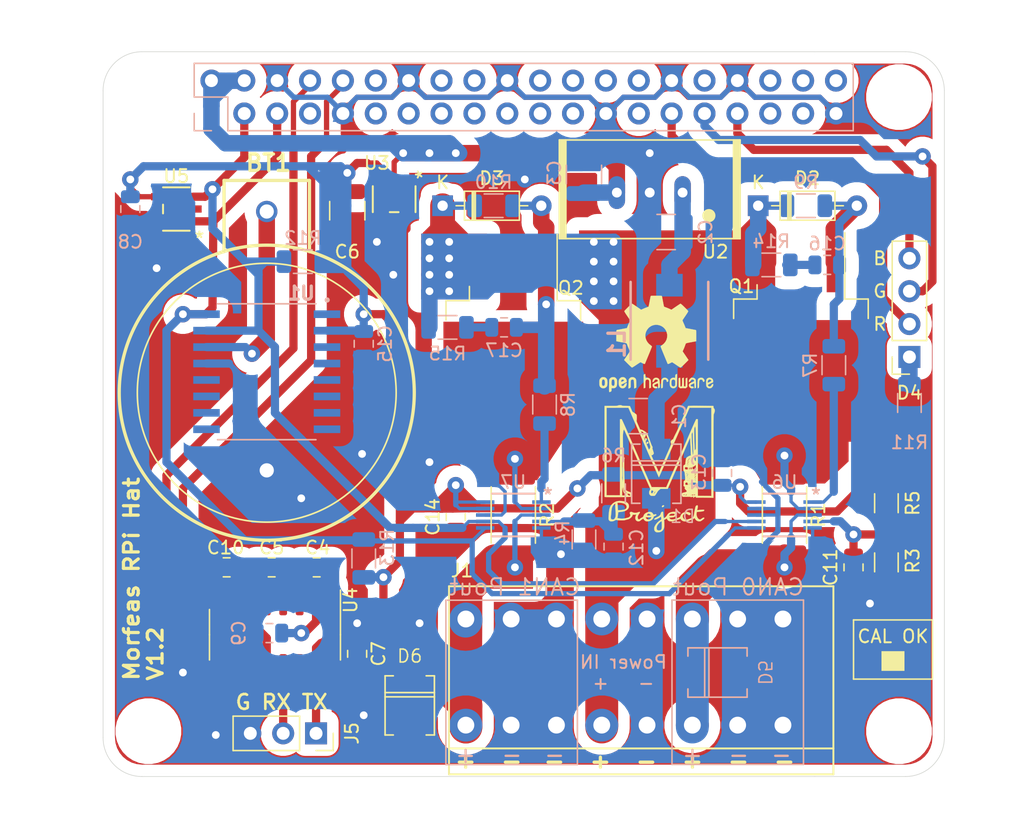
<source format=kicad_pcb>
(kicad_pcb (version 20221018) (generator pcbnew)
  (title_block (title "Morfeas RPi Hat") (date "2019-12-27") (rev "V1.0") (comment 2 "https://www.tapr.org/ohl.html") (comment 3 "Licence: TAPR Open Hardware License") (comment 4 "Author: Sam Harry Tzavaras"))
  (layers (0 "F.Cu" signal) (31 "B.Cu" signal) (34 "B.Paste" user) (35 "F.Paste" user) (36 "B.SilkS" user "B.Silkscreen") (37 "F.SilkS" user "F.Silkscreen") (38 "B.Mask" user) (39 "F.Mask" user) (44 "Edge.Cuts" user))
  (net 0 "")
  (net 1 "GND")
  (net 2 "Net-(BT1-Pad1)")
  (net 3 "Net-(C1-Pad1)")
  (net 4 "Net-(C2-Pad1)")
  (net 5 "+5V")
  (net 6 "Net-(C4-Pad1)")
  (net 7 "Net-(C4-Pad2)")
  (net 8 "Net-(C5-Pad2)")
  (net 9 "Net-(C5-Pad1)")
  (net 10 "+3V3")
  (net 11 "Net-(C9-Pad2)")
  (net 12 "Net-(C10-Pad2)")
  (net 13 "Net-(C11-Pad2)")
  (net 14 "Net-(C12-Pad2)")
  (net 15 "+24V")
  (net 16 "SDA")
  (net 17 "SCL")
  (net 18 "TXD")
  (net 19 "RXD")
  (net 20 "Net-(Q1-Pad2)")
  (net 21 "Net-(Q2-Pad2)")
  (net 22 "Net-(R8-Pad1)")
  (net 23 "Net-(J5-Pad2)")
  (net 24 "Net-(J5-Pad1)")
  (net 25 "Net-(D4-Pad1)")
  (net 26 "R")
  (net 27 "G")
  (net 28 "B")
  (net 29 "/CAN0_P+")
  (net 30 "/CAN1_P+")
  (net 31 "Net-(C16-Pad2)")
  (net 32 "Net-(C16-Pad1)")
  (net 33 "Net-(C17-Pad2)")
  (net 34 "Net-(C17-Pad1)")
  (net 35 "Net-(R7-Pad2)")
  (footprint "Morfeas_RPi_Hat:TLV70433DBVT" (layer "F.Cu") (at 144.083999 74.93 -90)
    (fp_text reference "U3")
    (fp_text value "TLV70433" hide)
  )
  (footprint "Capacitor_SMD:C_0805_2012Metric" (layer "F.Cu") (at 134.62 103.378)
    (fp_text reference "C5")
    (fp_text value "100nf")
  )
  (footprint "Capacitor_SMD:C_1210_3225Metric" (layer "F.Cu") (at 140.462 75.822 -90)
    (fp_text reference "C6")
    (fp_text value "10uf")
  )
  (footprint "Capacitor_SMD:C_0805_2012Metric" (layer "F.Cu") (at 141.224 110.0605 -90)
    (fp_text reference "C7")
    (fp_text value "100nf")
  )
  (footprint "Capacitor_SMD:C_0805_2012Metric" (layer "F.Cu") (at 131.1425 103.378)
    (fp_text reference "C10")
    (fp_text value "100nf")
  )
  (footprint "Capacitor_SMD:C_0805_2012Metric" (layer "F.Cu") (at 148.844 99.4895 -90)
    (fp_text reference "C14")
    (fp_text value "100nf")
  )
  (footprint "MountingHole:MountingHole_3.5mm" (layer "F.Cu") (at 183.094 116.04)
    (fp_text reference "H3" hide)
    (fp_text value "MountingHole")
  )
  (footprint "Package_TO_SOT_SMD:TO-263-2" (layer "F.Cu") (at 175.514 85.598 -90)
    (fp_text reference "Q1")
    (fp_text value "SUM110P06")
  )
  (footprint "Package_TO_SOT_SMD:TO-263-2" (layer "F.Cu") (at 153.289 85.725 -90)
    (fp_text reference "Q2")
    (fp_text value "SUM110P06")
  )
  (footprint "Resistor_SMD:R_2512_6332Metric" (layer "F.Cu") (at 153.289 99.335 -90)
    (fp_text reference "R2")
    (fp_text value "22mΩ")
  )
  (footprint "Resistor_SMD:R_1206_3216Metric" (layer "F.Cu") (at 182.118 102.994 90)
    (fp_text reference "R3")
    (fp_text value "1.3kΩ")
  )
  (footprint "Morfeas_RPi_Hat:24AA08T-I&slash_OT" (layer "F.Cu") (at 127.254 75.692 180)
    (fp_text reference "U5")
    (fp_text value "24AA08" hide)
  )
  (footprint "MountingHole:MountingHole_3.5mm" (layer "F.Cu") (at 183.094 67.04)
    (fp_text reference "H1" hide)
    (fp_text value "MountingHole")
  )
  (footprint "MountingHole:MountingHole_3.5mm" (layer "F.Cu") (at 125.094 67.04)
    (fp_text reference "H2" hide)
    (fp_text value "MountingHole")
  )
  (footprint "Diode_THT:D_DO-35_SOD27_P7.62mm_Horizontal" (layer "F.Cu") (at 172.212 75.438)
    (fp_text reference "D2")
    (fp_text value "Zener10V")
  )
  (footprint "MountingHole:MountingHole_3.5mm" (layer "F.Cu") (at 125.094 116.04)
    (fp_text reference "H4" hide)
    (fp_text value "MountingHole")
  )
  (footprint "Resistor_SMD:R_2512_6332Metric" (layer "F.Cu") (at 174.244 99.335 -90)
    (fp_text reference "R1")
    (fp_text value "22mΩ")
  )
  (footprint "Capacitor_SMD:C_0805_2012Metric" (layer "F.Cu") (at 138.0975 103.378)
    (fp_text reference "C4")
    (fp_text value "100nf")
  )
  (footprint "Diode_THT:D_DO-35_SOD27_P7.62mm_Horizontal" (layer "F.Cu") (at 147.828 75.438)
    (fp_text reference "D3")
    (fp_text value "Zener10V")
  )
  (footprint "Resistor_SMD:R_1206_3216Metric" (layer "F.Cu") (at 182.118 98.422 90)
    (fp_text reference "R5")
    (fp_text value "18kΩ")
  )
  (footprint "Morfeas_RPi_Hat:DO-214AC(SMA)" (layer "F.Cu") (at 145.288 114.046 90)
    (fp_text reference "D6")
    (fp_text value "NRVTSA4100ET3G" hide)
  )
  (footprint "Package_SO:SOIC-16_3.9x9.9mm_P1.27mm" (layer "F.Cu") (at 134.874 108.585 -90)
    (fp_text reference "U4")
    (fp_text value "SP3232")
  )
  (footprint "Symbol:OSHW-Logo2_9.8x8mm_SilkScreen" (layer "F.Cu") (at 164.338 86.106)
    (fp_text reference "Open_Source_hardware1" hide)
    (fp_text value "Open Source Hardware" hide)
  )
  (footprint "Morfeas_RPi_Hat:CH252032LF" (layer "F.Cu") (at 134.239 95.885 180)
    (fp_text reference "BT1")
    (fp_text value "Battery_Cell" hide)
  )
  (footprint "Morfeas_RPi_Hat:SPT1.5_8-H-3.5" (layer "F.Cu") (at 163.322 111.87)
    (fp_text reference "J1")
    (fp_text value "Con")
  )
  (footprint "Connector_PinSocket_2.54mm:PinSocket_1x04_P2.54mm_Vertical" (layer "F.Cu") (at 183.896 87.122 180)
    (fp_text reference "D4")
    (fp_text value "Status_LEDs")
  )
  (footprint "Morfeas_RPi_Hat:Morfeas_logo_big_silkscreen" (layer "F.Cu") (at 164.592 95.758)
    (fp_text reference "Morfeas_project_Logo1" hide)
    (fp_text value "Morfeas Project's Logo" hide)
  )
  (footprint "Capacitor_SMD:C_0805_2012Metric" (layer "F.Cu") (at 179.578 103.378 90)
    (fp_text reference "C11")
    (fp_text value "100nf")
  )
  (footprint "Connector_PinSocket_2.54mm:PinSocket_1x03_P2.54mm_Vertical" (layer "F.Cu") (at 138.049 116.205 -90)
    (fp_text reference "J5")
    (fp_text value "RS_232")
  )
  (footprint "Morfeas_RPi_Hat:TSR2-2450" (layer "F.Cu") (at 163.83 74.422 180)
    (fp_text reference "U2")
    (fp_text value "TSR2-2450")
  )
  (footprint "Resistor_SMD:R_1206_3216Metric" (layer "B.Cu") (at 183.896 90.678 -90)
    (fp_text reference "R11")
    (fp_text value "220Ω")
  )
  (footprint "Capacitor_SMD:C_0805_2012Metric" (layer "B.Cu") (at 123.698 75.692 90)
    (fp_text reference "C8")
    (fp_text value "100nf")
  )
  (footprint "Capacitor_SMD:C_0805_2012Metric" (layer "B.Cu") (at 134.4445 108.458)
    (fp_text reference "C9")
    (fp_text value "100nf")
  )
  (footprint "Capacitor_SMD:C_0805_2012Metric" (layer "B.Cu") (at 161.036 101.7755 90)
    (fp_text reference "C12")
    (fp_text value "100nf")
  )
  (footprint "Capacitor_SMD:C_0805_2012Metric" (layer "B.Cu") (at 169.418 96.0905 90)
    (fp_text reference "C13")
    (fp_text value "100nf")
  )
  (footprint "Resistor_SMD:R_1206_3216Metric" (layer "B.Cu") (at 161.036 97.66 90)
    (fp_text reference "R6")
    (fp_text value "18kΩ")
  )
  (footprint "Resistor_SMD:R_1206_3216Metric" (layer "B.Cu") (at 175.898 75.438 180)
    (fp_text reference "R9")
    (fp_text value "2.2kΩ")
  )
  (footprint "Morfeas_RPi_Hat:MAX9611AUB&plus_" (layer "B.Cu") (at 174.244 99.335 180)
    (fp_text reference "U6")
    (fp_text value "MAX9611" hide)
  )
  (footprint "Morfeas_RPi_Hat:MAX9611AUB&plus_" (layer "B.Cu") (at 153.289 99.335 180)
    (fp_text reference "U7")
    (fp_text value "MAX9611" hide)
  )
  (footprint "Morfeas_RPi_Hat:PinSocket_2x20_P2.54mm_Vertical" (layer "B.Cu") (at 154.094 67.04 -90)
    (fp_text reference "J2" hide)
    (fp_text value "RPi_header")
  )
  (footprint "Capacitor_SMD:C_1210_3225Metric" (layer "B.Cu") (at 165.1 77.47 180)
    (fp_text reference "C2")
    (fp_text value "10uf")
  )
  (footprint "Resistor_SMD:R_1206_3216Metric" (layer "B.Cu") (at 155.702 90.802 90)
    (fp_text reference "R8")
    (fp_text value "1.2kΩ")
  )
  (footprint "Capacitor_SMD:C_0805_2012Metric" (layer "B.Cu") (at 141.732 86.106 90)
    (fp_text reference "C15")
    (fp_text value "100nf")
  )
  (footprint "Resistor_SMD:R_1206_3216Metric" (layer "B.Cu") (at 137.03 79.756 180)
    (fp_text reference "R12")
    (fp_text value "3.3kΩ")
  )
  (footprint "Resistor_SMD:R_1206_3216Metric" (layer "B.Cu") (at 141.732 102.69 90)
    (fp_text reference "R13")
    (fp_text value "3.3kΩ")
  )
  (footprint "Morfeas_RPi_hat:INDPM6060X300N" (layer "B.Cu") (at 165.354 84.328 90)
    (fp_text reference "L1")
    (fp_text value "22uH" hide)
  )
  (footprint "Capacitor_SMD:C_1210_3225Metric" (layer "B.Cu") (at 162.938 91.694 180)
    (fp_text reference "C1")
    (fp_text value "10uF")
  )
  (footprint "Resistor_SMD:R_1206_3216Metric" (layer "B.Cu") (at 158.75 101.222 90)
    (fp_text reference "R4")
    (fp_text value "1.3kΩ")
  )
  (footprint "Morfeas_RPi_Hat:DO-214AC(SMA)" (layer "B.Cu") (at 169.067963 111.505523 180)
    (fp_text reference "D5")
    (fp_text value "NRVTSA4100ET3G" hide)
  )
  (footprint "Resistor_SMD:R_1206_3216Metric" (layer "B.Cu") (at 148.206 84.836 180)
    (fp_text reference "R15")
    (fp_text value "220Ω")
  )
  (footprint "Resistor_SMD:R_1206_3216Metric" (layer "B.Cu") (at 178.054 87.76 -90)
    (fp_text reference "R7")
    (fp_text value "1.2kΩ")
  )
  (footprint "Capacitor_SMD:C_0805_2012Metric" (layer "B.Cu") (at 152.5755 84.836 180)
    (fp_text reference "C17")
    (fp_text value "7.3nF")
  )
  (footprint "Capacitor_SMD:C_0805_2012Metric" (layer "B.Cu") (at 177.546 80.01 180)
    (fp_text reference "C16")
    (fp_text value "7.3nF")
  )
  (footprint "Resistor_SMD:R_1206_3216Metric" (layer "B.Cu") (at 173.228 80.01 180)
    (fp_text reference "R14")
    (fp_text value "220Ω")
  )
  (footprint "Project's_libs:SOIC127P1032X265-16N" (layer "B.Cu") (at 134.239 88.265 180)
    (fp_text reference "U1")
    (fp_text value "DS3231")
  )
  (footprint "Resistor_SMD:R_1206_3216Metric" (layer "B.Cu") (at 151.768 75.438 180)
    (fp_text reference "R10")
    (fp_text value "2.2kΩ")
  )
  (footprint "Morfeas_RPi_Hat:DO-214AC(SMA)" (layer "B.Cu") (at 164.338 96.14408 90)
    (fp_text reference "D1")
    (fp_text value "1N4007" hide)
  )
  (footprint "Capacitor_SMD:C_1210_3225Metric" (layer "B.Cu") (at 158.75 73.022 90)
    (fp_text reference "C3")
    (fp_text value "10uf")
  )
  (gr_line (start 148.082 118.618) (end 148.082 105.918) (stroke (width 0.12)) (layer "B.SilkS"))
  (gr_line (start 175.710435 105.906948) (end 175.710435 118.606948) (stroke (width 0.12)) (layer "B.SilkS"))
  (gr_line (start 165.550435 105.906948) (end 175.710435 105.906948) (stroke (width 0.12)) (layer "B.SilkS"))
  (gr_line (start 175.710435 118.606948) (end 165.550435 118.606948) (stroke (width 0.12)) (layer "B.SilkS"))
  (gr_line (start 165.550435 118.606948) (end 165.550435 105.906948) (stroke (width 0.12)) (layer "B.SilkS"))
  (gr_line (start 158.242 118.618) (end 148.082 118.618) (stroke (width 0.12)) (layer "B.SilkS"))
  (gr_line (start 148.082 105.918) (end 158.242 105.918) (stroke (width 0.12)) (layer "B.SilkS"))
  (gr_line (start 158.242 105.918) (end 158.242 118.618) (stroke (width 0.12)) (layer "B.SilkS"))
  (gr_line (start 185.674 107.442) (end 179.578 107.442) (stroke (width 0.12)) (layer "F.SilkS"))
  (gr_line (start 179.578 107.442) (end 179.578 112.014) (stroke (width 0.12)) (layer "F.SilkS"))
  (gr_line (start 185.674 112.014) (end 185.674 107.442) (stroke (width 0.12)) (layer "F.SilkS"))
  (gr_line (start 179.578 112.014) (end 185.674 112.014) (stroke (width 0.12)) (layer "F.SilkS"))
  (gr_arc (start 124.594 119.54) (mid 122.47268 118.66132) (end 121.594 116.54) (stroke (width 0.05)) (layer "Edge.Cuts"))
  (gr_line (start 186.594 66.54) (end 186.594 116.54) (stroke (width 0.05)) (layer "Edge.Cuts"))
  (gr_line (start 121.594 116.54) (end 121.594 66.54) (stroke (width 0.05)) (layer "Edge.Cuts"))
  (gr_line (start 124.594 119.54) (end 176.594 119.54) (stroke (width 0.05)) (layer "Edge.Cuts"))
  (gr_line (start 176.594 63.54) (end 124.594 63.54) (stroke (width 0.05)) (layer "Edge.Cuts"))
  (gr_arc (start 186.594 116.54) (mid 185.71532 118.66132) (end 183.594 119.54) (stroke (width 0.05)) (layer "Edge.Cuts"))
  (gr_line (start 183.594 63.54) (end 176.594 63.54) (stroke (width 0.05)) (layer "Edge.Cuts"))
  (gr_line (start 176.594 119.54) (end 183.594 119.54) (stroke (width 0.05)) (layer "Edge.Cuts"))
  (gr_arc (start 121.594 66.54) (mid 122.47268 64.41868) (end 124.594 63.54) (stroke (width 0.05)) (layer "Edge.Cuts"))
  (gr_arc (start 183.594 63.54) (mid 185.71532 64.41868) (end 186.594 66.54) (stroke (width 0.05)) (layer "Edge.Cuts"))
  (gr_text "Power IN\n-   +" (at 161.798 111.506) (layer "B.SilkS") (effects (font (size 1 1)) (justify mirror)))
  (gr_text "-" (at 153.181669 117.845803) (layer "B.SilkS") (effects (font (size 1.27 1.27) (thickness 0.1778)) (justify mirror)))
  (gr_text "-" (at 156.483669 117.845803) (layer "B.SilkS") (effects (font (size 1.27 1.27) (thickness 0.1778)) (justify mirror)))
  (gr_text "-" (at 174.009669 117.845803) (layer "B.SilkS") (effects (font (size 1.27 1.27) (thickness 0.1778)) (justify mirror)))
  (gr_text "-" (at 170.707669 117.845803) (layer "B.SilkS") (effects (font (size 1.27 1.27) (thickness 0.1778)) (justify mirror)))
  (gr_text "+" (at 167.132 117.856) (layer "B.SilkS") (effects (font (size 1.27 1.27) (thickness 0.1778)) (justify mirror)))
  (gr_text "CAN0 Pout" (at 170.688 104.902) (layer "B.SilkS") (effects (font (size 1.27 1.27) (thickness 0.1524)) (justify mirror)))
  (gr_text "+" (at 149.606 117.856) (layer "B.SilkS") (effects (font (size 1.27 1.27) (thickness 0.1778)) (justify mirror)))
  (gr_text "CAN1 Pout" (at 153.416 104.902) (layer "B.SilkS") (effects (font (size 1.27 1.27)) (justify mirror)))
  (gr_text "-" (at 174.244 118.364) (layer "F.SilkS") (effects (font (size 1.016 1.27) (thickness 0.254))))
  (gr_text "-" (at 153.162 118.364) (layer "F.SilkS") (effects (font (size 1.016 1.27) (thickness 0.254))))
  (gr_text "+" (at 149.606 118.364) (layer "F.SilkS") (effects (font (size 1.016 1.27) (thickness 0.254))))
  (gr_text "-" (at 170.688 118.364) (layer "F.SilkS") (effects (font (size 1.016 1.27) (thickness 0.254))))
  (gr_text "G" (at 181.61 82.042) (layer "F.SilkS") (effects (font (size 1 1))))
  (gr_text "+" (at 167.132 118.364) (layer "F.SilkS") (effects (font (size 1.016 1.27) (thickness 0.254))))
  (gr_text "B" (at 181.61 79.502) (layer "F.SilkS") (effects (font (size 1 1))))
  (gr_text "+" (at 160.02 118.364) (layer "F.SilkS") (effects (font (size 1.016 1.27) (thickness 0.254))))
  (gr_text "R" (at 181.61 84.582) (layer "F.SilkS") (effects (font (size 1 1))))
  (gr_text "-" (at 163.576 118.364) (layer "F.SilkS") (effects (font (size 1.016 1.27) (thickness 0.254))))
  (gr_text "CAL OK" (at 182.626 108.712) (layer "F.SilkS") (effects (font (size 1 1))))
  (gr_text "G RX TX" (at 135.382 113.792) (layer "F.SilkS") (effects (font (size 1.143 1.143) (thickness 0.2032))))
  (gr_text "-" (at 156.464 118.364) (layer "F.SilkS") (effects (font (size 1.016 1.27) (thickness 0.254))))
  (gr_text "Morfeas RPi Hat \nV1.2" (at 124.714 112.268 90) (layer "F.SilkS") (effects (font (size 1.143 1.27) (thickness 0.25)) (justify left)))
  (segment (start 166.81 67.056) (end 169.318 67.056) (width 0.4064) (layer "F.Cu") (net 1))
  (segment (start 145.034 73.8124) (end 146.1516 73.8124) (width 0.4064) (layer "F.Cu") (net 1))
  (segment (start 145.204 65.77) (end 145.204 65.956) (width 0.4064) (layer "F.Cu") (net 1))
  (segment (start 138.049 112.395) (end 140.462 114.808) (width 0.635) (layer "F.Cu") (net 1))
  (segment (start 138.049 109.601) (end 138.43 109.22) (width 0.635) (layer "F.Cu") (net 1))
  (segment (start 141.224 67.056) (end 143.918 67.056) (width 0.4064) (layer "F.Cu") (net 1))
  (segment (start 160.444 68.31) (end 160.544 68.31) (width 0.4064) (layer "F.Cu") (net 1))
  (segment (start 127.254 75.692) (end 126.303999 76.642001) (width 0.508) (layer "F.Cu") (net 1))
  (segment (start 140.124 68.31) (end 140.124 68.156) (width 0.4064) (layer "F.Cu") (net 1))
  (segment (start 140.124 68.156) (end 141.224 67.056) (width 0.4064) (layer "F.Cu") (net 1))
  (segment (start 131.699 113.665) (end 132.969 114.935) (width 0.635) (layer "F.Cu") (net 1))
  (segment (start 143.918 67.056) (end 145.204 65.77) (width 0.4064) (layer "F.Cu") (net 1))
  (segment (start 138.049 111.06) (end 138.049 112.395) (width 0.635) (layer "F.Cu") (net 1))
  (segment (start 170.604 65.77) (end 170.672 65.77) (width 0.4064) (layer "F.Cu") (net 1))
  (segment (start 151.384 67.056) (end 152.824 65.77) (width 0.4064) (layer "F.Cu") (net 1))
  (segment (start 159.19 67.056) (end 160.444 68.31) (width 0.4064) (layer "F.Cu") (net 1))
  (segment (start 128.5494 75.692) (end 127.254 75.692) (width 0.508) (layer "F.Cu") (net 1))
  (segment (start 145.204 65.956) (end 146.558 67.056) (width 0.4064) (layer "F.Cu") (net 1))
  (segment (start 131.699 111.06) (end 131.699 113.665) (width 0.635) (layer "F.Cu") (net 1))
  (segment (start 165.524 65.77) (end 166.81 67.056) (width 0.4064) (layer "F.Cu") (net 1))
  (segment (start 152.824 65.77) (end 152.824 65.956) (width 0.4064) (layer "F.Cu") (net 1))
  (segment (start 140.462 114.808) (end 141.732 114.808) (width 0.635) (layer "F.Cu") (net 1))
  (segment (start 143.519996 78.994) (end 144.78 78.994) (width 0.635) (layer "F.Cu") (net 1))
  (segment (start 170.672 65.77) (end 171.958 67.056) (width 0.4064) (layer "F.Cu") (net 1))
  (segment (start 126.303999 76.642001) (end 125.9586 76.642001) (width 0.635) (layer "F.Cu") (net 1))
  (segment (start 176.97 67.056) (end 178.224 68.31) (width 0.4064) (layer "F.Cu") (net 1))
  (segment (start 164.238 67.056) (end 165.524 65.77) (width 0.4064) (layer "F.Cu") (net 1))
  (segment (start 161.798 67.056) (end 164.238 67.056) (width 0.4064) (layer "F.Cu") (net 1))
  (segment (start 171.958 67.056) (end 176.97 67.056) (width 0.4064) (layer "F.Cu") (net 1))
  (segment (start 154.178 67.056) (end 159.19 67.056) (width 0.4064) (layer "F.Cu") (net 1))
  (segment (start 143.133998 76.0476) (end 143.133998 78.608002) (width 0.635) (layer "F.Cu") (net 1))
  (segment (start 145.034 77.216) (end 143.764 78.486) (width 0.635) (layer "F.Cu") (net 1))
  (segment (start 152.824 65.956) (end 154.178 67.056) (width 0.4064) (layer "F.Cu") (net 1))
  (segment (start 145.034 76.0476) (end 145.034 77.216) (width 0.635) (layer "F.Cu") (net 1))
  (segment (start 160.544 68.31) (end 161.798 67.056) (width 0.4064) (layer "F.Cu") (net 1))
  (segment (start 169.318 67.056) (end 170.604 65.77) (width 0.4064) (layer "F.Cu") (net 1))
  (segment (start 143.133998 78.608002) (end 143.519996 78.994) (width 0.635) (layer "F.Cu") (net 1))
  (segment (start 132.969 114.935) (end 132.969 116.205) (width 0.635) (layer "F.Cu") (net 1))
  (segment (start 138.049 109.601) (end 138.049 111.06) (width 0.635) (layer "F.Cu") (net 1))
  (segment (start 146.558 67.056) (end 151.384 67.056) (width 0.4064) (layer "F.Cu") (net 1))
  (via (at 154.178 73.406) (size 1.27) (drill 0.6) (layers "F.Cu" "B.Cu") (net 1))
  (via (at 125.73 80.264) (size 1.27) (drill 0.6) (layers "F.Cu" "B.Cu") (net 1))
  (via (at 141.224 107.696) (size 1.27) (drill 0.6) (layers "F.Cu" "B.Cu") (net 1))
  (via (at 163.83 71.374) (size 1.27) (drill 0.6) (layers "F.Cu" "B.Cu") (net 1))
  (via (at 146.812 95.25) (size 1.27) (drill 0.6) (layers "F.Cu" "B.Cu") (net 1))
  (via (at 127.762 111.506) (size 1.27) (drill 0.6) (layers "F.Cu" "B.Cu") (net 1))
  (via (at 144.018 80.772) (size 1.27) (drill 0.6) (layers "F.Cu" "B.Cu") (net 1))
  (via (at 130.302 116.332) (size 1.27) (drill 0.6) (layers "F.Cu" "B.Cu") (net 1))
  (via (at 180.848 106.172) (size 1.27) (drill 0.6) (layers "F.Cu" "B.Cu") (net 1))
  (via (at 141.605 94.615) (size 1.27) (drill 0.6) (layers "F.Cu" "B.Cu") (net 1))
  (via (at 142.748 78.232) (size 1.27) (drill 0.6) (layers "F.Cu" "B.Cu") (net 1))
  (via (at 156.972 102.362) (size 1.27) (drill 0.6) (layers "F.Cu" "B.Cu") (net 1))
  (via (at 136.906 98.044) (size 1.27) (drill 0.6) (layers "F.Cu" "B.Cu") (net 1))
  (via (at 141.732 114.808) (size 1.27) (drill 0.6) (layers "F.Cu" "B.Cu") (net 1))
  (via (at 146.05 107.696) (size 1.27) (drill 0.6) (layers "F.Cu" "B.Cu") (net 1))
  (segment (start 176.53 101.854) (end 177.292 101.854) (width 0.254) (layer "B.Cu") (net 1))
  (segment (start 152.824 65.77) (end 152.824 66.124) (width 0.4064) (layer "B.Cu") (net 1))
  (segment (start 170.604 65.77) (end 170.672 65.77) (width 0.4064) (layer "B.Cu") (net 1))
  (segment (start 160.444 68.31) (end 160.544 68.31) (width 0.4064) (layer "B.Cu") (net 1))
  (segment (start 176.4157 101.7397) (end 176.53 101.854) (width 0.254) (layer "B.Cu") (net 1))
  (segment (start 176.4157 100.335001) (end 176.4157 101.7397) (width 0.254) (layer "B.Cu") (net 1))
  (segment (start 154.178 67.056) (end 159.19 67.056) (width 0.4064) (layer "B.Cu") (net 1))
  (segment (start 151.384 67.056) (end 146.49 67.056) (width 0.4064) (layer "B.Cu") (net 1))
  (segment (start 172.0723 99.335) (end 173.715 99.335) (width 0.254) (layer "B.Cu") (net 1))
  (segment (start 155.4607 101.0793) (end 155.448 101.092) (width 0.254) (layer "B.Cu") (net 1))
  (segment (start 159.19 67.056) (end 160.444 68.31) (width 0.4064) (layer "B.Cu") (net 1))
  (segment (start 136.33 67.056) (end 135.044 65.77) (width 0.4064) (layer "B.Cu") (net 1))
  (segment (start 173.706999 98.835001) (end 173.736 98.806) (width 0.4064) (layer "B.Cu") (net 1))
  (segment (start 140.124 68.156) (end 141.224 67.056) (width 0.4064) (layer "B.Cu") (net 1))
  (segment (start 140.124 68.31) (end 140.124 68.242) (width 0.4064) (layer "B.Cu") (net 1))
  (segment (start 172.0723 98.835001) (end 173.706999 98.835001) (width 0.254) (layer "B.Cu") (net 1))
  (segment (start 152.67 65.77) (end 151.384 67.056) (width 0.4064) (layer "B.Cu") (net 1))
  (segment (start 152.892 65.77) (end 154.178 67.056) (width 0.4064) (layer "B.Cu") (net 1))
  (segment (start 152.824 65.77) (end 152.824 65.956) (width 0.4064) (layer "B.Cu") (net 1))
  (segment (start 173.736 100.584) (end 173.736 99.314) (width 0.4064) (layer "B.Cu") (net 1))
  (segment (start 166.878 67.056) (end 169.318 67.056) (width 0.4064) (layer "B.Cu") (net 1))
  (segment (start 176.97 67.056) (end 178.224 68.31) (width 0.4064) (layer "B.Cu") (net 1))
  (segment (start 140.124 68.242) (end 138.938 67.056) (width 0.4064) (layer "B.Cu") (net 1))
  (segment (start 152.379 99.335) (end 152.654 99.06) (width 0.254) (layer "B.Cu") (net 1))
  (segment (start 151.1173 99.335) (end 152.379 99.335) (width 0.254) (layer "B.Cu") (net 1))
  (segment (start 165.592 65.77) (end 166.878 67.056) (width 0.4064) (layer "B.Cu") (net 1))
  (segment (start 131.318 87.63) (end 132.08 88.392) (width 0.4064) (layer "B.Cu") (net 1))
  (segment (start 164.238 67.056) (end 165.524 65.77) (width 0.4064) (layer "B.Cu") (net 1))
  (segment (start 173.736 100.584) (end 172.212 102.108) (width 0.4064) (layer "B.Cu") (net 1))
  (segment (start 152.654 97.536) (end 151.384 96.266) (width 0.254) (layer "B.Cu") (net 1))
  (segment (start 152.824 65.77) (end 152.892 65.77) (width 0.4064) (layer "B.Cu") (net 1))
  (segment (start 152.654 99.06) (end 152.654 97.536) (width 0.254) (layer "B.Cu") (net 1))
  (segment (start 160.544 68.31) (end 161.798 67.056) (width 0.4064) (layer "B.Cu") (net 1))
  (segment (start 173.736 98.044) (end 172.466 96.774) (width 0.4064) (layer "B.Cu") (net 1))
  (segment (start 170.672 65.77) (end 171.958 67.056) (width 0.4064) (layer "B.Cu") (net 1))
  (segment (start 152.824 65.77) (end 152.67 65.77) (width 0.4064) (layer "B.Cu") (net 1))
  (segment (start 141.224 67.056) (end 143.918 67.056) (width 0.4064) (layer "B.Cu") (net 1))
  (segment (start 143.918 67.056) (end 145.204 65.77) (width 0.4064) (layer "B.Cu") (net 1))
  (segment (start 173.736 98.806) (end 173.736 99.06) (width 0.4064) (layer "B.Cu") (net 1))
  (segment (start 165.524 65.77) (end 165.592 65.77) (width 0.4064) (layer "B.Cu") (net 1))
  (segment (start 140.124 68.31) (end 140.124 68.156) (width 0.4064) (layer "B.Cu") (net 1))
  (segment (start 173.736 99.314) (end 173.736 99.06) (width 0.4064) (layer "B.Cu") (net 1))
  (segment (start 169.318 67.056) (end 170.604 65.77) (width 0.4064) (layer "B.Cu") (net 1))
  (segment (start 173.736 98.806) (end 173.736 98.044) (width 0.4064) (layer "B.Cu") (net 1))
  (segment (start 155.4607 100.335001) (end 155.4607 101.0793) (width 0.254) (layer "B.Cu") (net 1))
  (segment (start 129.584 87.63) (end 131.318 87.63) (width 0.635) (layer "B.Cu") (net 1))
  (segment (start 173.715 99.335) (end 173.736 99.314) (width 0.254) (layer "B.Cu") (net 1))
  (segment (start 138.938 67.056) (end 136.33 67.056) (width 0.4064) (layer "B.Cu") (net 1))
  (segment (start 171.958 67.056) (end 176.97 67.056) (width 0.4064) (layer "B.Cu") (net 1))
  (segment (start 161.798 67.056) (end 164.238 67.056) (width 0.4064) (layer "B.Cu") (net 1))
  (segment (start 146.49 67.056) (end 145.204 65.77) (width 0.4064) (layer "B.Cu") (net 1))
  (segment (start 134.239 75.885) (end 134.239 85.725) (width 1.27) (layer "F.Cu") (net 2))
  (segment (start 134.239 85.725) (end 133.096 86.868) (width 1.27) (layer "F.Cu") (net 2))
  (via (at 133.096 86.868) (size 1.27) (drill 0.6) (layers "F.Cu" "B.Cu") (net 2))
  (segment (start 132.588 86.36) (end 129.584 86.36) (width 0.635) (layer "B.Cu") (net 2))
  (segment (start 133.096 86.868) (end 132.588 86.36) (width 0.635) (layer "B.Cu") (net 2))
  (segment (start 164.338 94.49816) (end 164.338 91.694) (width 1.27) (layer "B.Cu") (net 3))
  (segment (start 164.338 91.694) (end 164.338 90.424) (width 1.27) (layer "B.Cu") (net 3))
  (segment (start 165.354 89.408) (end 165.354 87.078) (width 1.27) (layer "B.Cu") (net 3))
  (segment (start 164.338 90.424) (end 165.354 89.408) (width 1.27) (layer "B.Cu") (net 3))
  (segment (start 165.354 81.578) (end 165.354 80.01) (width 1.27) (layer "B.Cu") (net 4))
  (segment (start 166.37 78.994) (end 166.37 77.724) (width 1.27) (layer "B.Cu") (net 4))
  (segment (start 165.354 80.01) (end 166.37 78.994) (width 1.27) (layer "B.Cu") (net 4))
  (segment (start 166.37 74.422) (end 166.37 78.994) (width 1.27) (layer "B.Cu") (net 4))
  (segment (start 144.78 71.374) (end 148.844 71.374) (width 1.27) (layer "F.Cu") (net 5))
  (segment (start 146.558 71.374) (end 160.274 71.374) (width 1.27) (layer "F.Cu") (net 5))
  (segment (start 144.083999 72.070001) (end 144.78 71.374) (width 0.4064) (layer "F.Cu") (net 5))
  (segment (start 161.29 73.66) (end 161.29 74.422) (width 0.635) (layer "F.Cu") (net 5))
  (segment (start 160.274 71.374) (end 161.29 72.39) (width 1.27) (layer "F.Cu") (net 5))
  (segment (start 144.083999 73.8124) (end 144.083999 72.070001) (width 0.4064) (layer "F.Cu") (net 5))
  (segment (start 132.504 65.77) (end 132.572 65.77) (width 0.635) (layer "F.Cu") (net 5))
  (segment (start 161.29 72.39) (end 161.29 74.422) (width 1.27) (layer "F.Cu") (net 5))
  (via (at 148.844 71.374) (size 1.27) (drill 0.6) (layers "F.Cu" "B.Cu") (net 5))
  (via (at 144.78 71.374) (size 1.27) (drill 0.6) (layers "F.Cu" "B.Cu") (net 5))
  (via (at 146.812 71.374) (size 1.27) (drill 0.6) (layers "F.Cu" "B.Cu") (net 5))
  (segment (start 146.812 71.374) (end 149.098 71.374) (width 1.27) (layer "B.Cu") (net 5))
  (segment (start 129.964 65.77) (end 129.964 67.734) (width 1.27) (layer "B.Cu") (net 5))
  (segment (start 161.29 74.422) (end 158.75 74.422) (width 1.27) (layer "B.Cu") (net 5))
  (segment (start 129.964 65.77) (end 131.318 65.786) (width 1.27) (layer "B.Cu") (net 5))
  (segment (start 129.964 67.734) (end 129.964 69.512) (width 1.27) (layer "B.Cu") (net 5))
  (segment (start 144.78 71.374) (end 146.558 71.374) (width 1.27) (layer "B.Cu") (net 5))
  (segment (start 129.964 67.14) (end 131.318 65.786) (width 1.27) (layer "B.Cu") (net 5))
  (segment (start 129.964 67.734) (end 129.964 67.14) (width 1.27) (layer "B.Cu") (net 5))
  (segment (start 144.78 71.374) (end 144.018 70.612) (width 1.27) (layer "B.Cu") (net 5))
  (segment (start 149.098 71.374) (end 148.336 70.612) (width 1.27) (layer "B.Cu") (net 5))
  (segment (start 148.336 70.612) (end 144.018 70.612) (width 1.27) (layer "B.Cu") (net 5))
  (segment (start 129.964 69.512) (end 131.064 70.612) (width 1.27) (layer "B.Cu") (net 5))
  (segment (start 146.558 71.374) (end 146.812 71.374) (width 1.27) (layer "B.Cu") (net 5))
  (segment (start 131.318 65.786) (end 132.504 65.77) (width 1.27) (layer "B.Cu") (net 5))
  (segment (start 144.018 70.612) (end 131.064 70.612) (width 1.27) (layer "B.Cu") (net 5))
  (segment (start 136.779 104.775) (end 136.779 106.11) (width 0.635) (layer "F.Cu") (net 6))
  (segment (start 137.16 103.378) (end 137.16 104.394) (width 0.635) (layer "F.Cu") (net 6))
  (segment (start 137.16 104.394) (end 136.779 104.775) (width 0.635) (layer "F.Cu") (net 6))
  (segment (start 139.319 106.11) (end 139.319 104.775) (width 0.635) (layer "F.Cu") (net 7))
  (segment (start 139.035 104.491) (end 139.035 103.378) (width 0.635) (layer "F.Cu") (net 7))
  (segment (start 139.319 104.775) (end 139.035 104.491) (width 0.635) (layer "F.Cu") (net 7))
  (segment (start 135.509 106.11) (end 135.509 103.4265) (width 0.635) (layer "F.Cu") (net 8))
  (segment (start 135.509 103.4265) (end 135.5575 103.378) (width 0.635) (layer "F.Cu") (net 8))
  (segment (start 134.239 104.775) (end 134.239 106.11) (width 0.635) (layer "F.Cu") (net 9))
  (segment (start 133.6825 103.378) (end 133.6825 104.2185) (width 0.635) (layer "F.Cu") (net 9))
  (segment (start 133.6825 104.2185) (end 134.239 104.775) (width 0.635) (layer "F.Cu") (net 9))
  (segment (start 144.526 85.09) (end 143.256 83.82) (width 0.635) (layer "F.Cu") (net 10))
  (segment (start 141.224 110.998) (end 142.494 110.998) (width 0.635) (layer "F.Cu") (net 10))
  (segment (start 147.798999 98.835001) (end 148.844 97.79) (width 0.635) (layer "F.Cu") (net 10))
  (segment (start 148.844 97.028) (end 148.844 97.79) (width 0.635) (layer "F.Cu") (net 10))
  (segment (start 142.748 72.136) (end 143.133998 72.521998) (width 0.4064) (layer "F.Cu") (net 10))
  (segment (start 141.224 110.998) (end 139.381 110.998) (width 0.635) (layer "F.Cu") (net 10))
  (segment (start 146.313667 98.815667) (end 145.532333 98.815667) (width 0.635) (layer "F.Cu") (net 10))
  (segment (start 147.544999 98.835001) (end 147.066 98.806) (width 0.635) (layer "F.Cu") (net 10))
  (segment (start 150.622 98.806) (end 149.86 98.806) (width 0.635) (layer "F.Cu") (net 10))
  (segment (start 148.844 97.028) (end 147.066 98.806) (width 0.635) (layer "F.Cu") (net 10))
  (segment (start 144.526 98.552) (end 144.526 97.79) (width 0.635) (layer "F.Cu") (net 10))
  (segment (start 145.551667 98.815667) (end 144.526 97.79) (width 0.635) (layer "F.Cu") (net 10))
  (segment (start 149.86 98.806) (end 148.619001 98.835001) (width 0.635) (layer "F.Cu") (net 10))
  (segment (start 140.462 74.322) (end 140.462 72.898) (width 0.635) (layer "F.Cu") (net 10))
  (segment (start 180.34 97.028) (end 178.308 99.06) (width 0.635) (layer "F.Cu") (net 10))
  (segment (start 146.313667 98.815667) (end 145.551667 98.815667) (width 0.635) (layer "F.Cu") (net 10))
  (segment (start 145.532333 98.815667) (end 144.526 99.822) (width 0.635) (layer "F.Cu") (net 10))
  (segment (start 171.45 99.06) (end 170.815 98.425) (width 0.635) (layer "F.Cu") (net 10))
  (segment (start 148.844 97.79) (end 149.86 98.806) (width 0.635) (layer "F.Cu") (net 10))
  (segment (start 139.381 110.998) (end 139.319 111.06) (width 0.635) (layer "F.Cu") (net 10))
  (segment (start 123.698 74.041) (end 123.698 73.406) (width 0.4064) (layer "F.Cu") (net 10))
  (segment (start 140.462 72.898) (end 140.5636 72.9996) (width 0.635) (layer "F.Cu") (net 10))
  (segment (start 156.688999 98.835001) (end 150.622 98.806) (width 0.635) (layer "F.Cu") (net 10))
  (segment (start 140.462 72.898) (end 141.224 72.136) (width 0.635) (layer "F.Cu") (net 10))
  (segment (start 142.494 110.998) (end 143.256 110.236) (width 0.635) (layer "F.Cu") (net 10))
  (segment (start 148.619001 98.835001) (end 147.544999 98.835001) (width 0.635) (layer "F.Cu") (net 10))
  (segment (start 144.526 99.822) (end 144.526 98.552) (width 0.635) (layer "F.Cu") (net 10))
  (segment (start 181.61 97.028) (end 180.34 97.028) (width 0.635) (layer "F.Cu") (net 10))
  (segment (start 143.256 83.82) (end 141.732 83.82) (width 0.635) (layer "F.Cu") (net 10))
  (segment (start 141.162 111.06) (end 141.224 110.998) (width 0.254) (layer "F.Cu") (net 10))
  (segment (start 146.313667 98.815667) (end 144.809001 98.835001) (width 0.635) (layer "F.Cu") (net 10))
  (segment (start 178.308 99.06) (end 171.45 99.06) (width 0.635) (layer "F.Cu") (net 10))
  (segment (start 148.844 97.028) (end 150.622 98.806) (width 0.635) (layer "F.Cu") (net 10))
  (segment (start 148.844 97.79) (end 148.844 98.552) (width 0.635) (layer "F.Cu") (net 10))
  (segment (start 144.809001 98.835001) (end 144.526 98.552) (width 0.635) (layer "F.Cu") (net 10))
  (segment (start 143.256 110.236) (end 143.256 104.14) (width 0.635) (layer "F.Cu") (net 10))
  (segment (start 144.526 97.79) (end 144.526 85.09) (width 0.635) (layer "F.Cu") (net 10))
  (segment (start 141.224 72.136) (end 141.986 72.136) (width 0.635) (layer "F.Cu") (net 10))
  (segment (start 147.066 98.806) (end 146.313667 98.815667) (width 0.635) (layer "F.Cu") (net 10))
  (segment (start 142.748 72.136) (end 141.224 72.136) (width 0.4064) (layer "F.Cu") (net 10))
  (segment (start 143.133998 73.029998) (end 143.133998 73.8124) (width 0.4064) (layer "F.Cu") (net 10))
  (segment (start 143.256 104.14) (end 144.526 102.87) (width 0.635) (layer "F.Cu") (net 10))
  (segment (start 125.9586 74.741999) (end 124.398999 74.741999) (width 0.4064) (layer "F.Cu") (net 10))
  (segment (start 147.544999 98.835001) (end 147.798999 98.835001) (width 0.635) (layer "F.Cu") (net 10))
  (segment (start 144.526 102.87) (end 144.526 99.822) (width 0.635) (layer "F.Cu") (net 10))
  (segment (start 158.242 97.282) (end 156.688999 98.835001) (width 0.635) (layer "F.Cu") (net 10))
  (segment (start 143.133998 72.521998) (end 143.133998 73.8124) (width 0.4064) (layer "F.Cu") (net 10))
  (segment (start 124.398999 74.741999) (end 123.698 74.041) (width 0.4064) (layer "F.Cu") (net 10))
  (segment (start 170.815 98.425) (end 170.815 97.155) (width 0.635) (layer "F.Cu") (net 10))
  (via (at 140.462 72.898) (size 1.27) (drill 0.6) (layers "F.Cu" "B.Cu") (net 10))
  (via (at 148.844 97.028) (size 1.27) (drill 0.6) (layers "F.Cu" "B.Cu") (net 10))
  (via (at 141.732 83.82) (size 1.27) (drill 0.6) (layers "F.Cu" "B.Cu") (net 10))
  (via (at 123.698 73.406) (size 1.27) (drill 0.6) (layers "F.Cu" "B.Cu") (net 10))
  (via (at 158.242 97.282) (size 1.27) (drill 0.6) (layers "F.Cu" "B.Cu") (net 10))
  (via (at 170.815 97.155) (size 1.27) (drill 0.6) (layers "F.Cu" "B.Cu") (net 10))
  (via (at 143.256 104.14) (size 1.27) (drill 0.6) (layers "F.Cu" "B.Cu") (net 10))
  (segment (start 170.815 97.155) (end 170.688 97.028) (width 0.254) (layer "B.Cu") (net 10))
  (segment (start 141.732 83.82) (end 141.732 85.106) (width 0.635) (layer "B.Cu") (net 10))
  (segment (start 138.43 79.756) (end 139.446 79.756) (width 0.635) (layer "B.Cu") (net 10))
  (segment (start 148.844 98.552) (end 148.844 98.298) (width 0.4064) (layer "B.Cu") (net 10))
  (segment (start 170.815 97.917) (end 170.815 97.155) (width 0.254) (layer "B.Cu") (net 10))
  (segment (start 138.894 85.09) (end 141.446 85.09) (width 0.635) (layer "B.Cu") (net 10))
  (segment (start 172.0723 98.334999) (end 171.994999 98.334999) (width 0.254) (layer "B.Cu") (net 10))
  (segment (start 166.618 96.26) (end 161.036 96.26) (width 0.635) (layer "B.Cu") (net 10))
  (segment (start 167.386 97.028) (end 166.618 96.26) (width 0.635) (layer "B.Cu") (net 10))
  (segment (start 140.462 78.74) (end 140.462 80.264) (width 0.635) (layer "B.Cu") (net 10))
  (segment (start 148.844 98.298) (end 148.844 97.028) (width 0.4064) (layer "B.Cu") (net 10))
  (segment (start 124.714 72.39) (end 123.698 73.406) (width 0.635) (layer "B.Cu") (net 10))
  (segment (start 159.264 96.26) (end 161.036 96.26) (width 0.635) (layer "B.Cu") (net 10))
  (segment (start 141.732 81.534) (end 141.732 83.82) (width 0.635) (layer "B.Cu") (net 10))
  (segment (start 171.232999 98.334999) (end 170.815 97.917) (width 0.254) (layer "B.Cu") (net 10))
  (segment (start 169.418 97.028) (end 167.386 97.028) (width 0.635) (layer "B.Cu") (net 10))
  (segment (start 140.462 75.438) (end 140.462 78.74) (width 0.635) (layer "B.Cu") (net 10))
  (segment (start 159.264 96.26) (end 158.242 97.282) (width 0.635) (layer "B.Cu") (net 10))
  (segment (start 172.0723 98.334999) (end 171.232999 98.334999) (width 0.254) (layer "B.Cu") (net 10))
  (segment (start 137.414 72.39) (end 124.714 72.39) (width 0.635) (layer "B.Cu") (net 10))
  (segment (start 139.446 79.756) (end 140.462 78.74) (width 0.635) (layer "B.Cu") (net 10))
  (segment (start 140.462 72.898) (end 140.462 75.438) (width 0.635) (layer "B.Cu") (net 10))
  (segment (start 137.414 72.39) (end 140.462 75.438) (width 0.635) (layer "B.Cu") (net 10))
  (segment (start 140.462 72.898) (end 139.954 72.39) (width 0.635) (layer "B.Cu") (net 10))
  (segment (start 148.880999 98.334999) (end 148.844 98.298) (width 0.254) (layer "B.Cu") (net 10))
  (segment (start 140.462 80.518) (end 141.732 81.788) (width 0.635) (layer "B.Cu") (net 10))
  (segment (start 141.732 104.14) (end 143.256 104.14) (width 0.635) (layer "B.Cu") (net 10))
  (segment (start 138.43 79.756) (end 139.954 79.756) (width 0.635) (layer "B.Cu") (net 10))
  (segment (start 158.242 97.282) (end 158.496 97.028) (width 0.4064) (layer "B.Cu") (net 10))
  (segment (start 151.1173 98.835001) (end 149.127001 98.835001) (width 0.254) (layer "B.Cu") (net 10))
  (segment (start 139.954 79.756) (end 141.732 81.534) (width 0.635) (layer "B.Cu") (net 10))
  (segment (start 170.688 97.028) (end 169.926 97.028) (width 0.254) (layer "B.Cu") (net 10))
  (segment (start 151.1173 98.334999) (end 148.880999 98.334999) (width 0.254) (layer "B.Cu") (net 10))
  (segment (start 149.127001 98.835001) (end 148.844 98.552) (width 0.254) (layer "B.Cu") (net 10))
  (segment (start 123.698 74.7545) (end 123.698 73.406) (width 0.635) (layer "B.Cu") (net 10))
  (segment (start 139.954 72.39) (end 137.414 72.39) (width 0.635) (layer "B.Cu") (net 10))
  (segment (start 137.16 108.458) (end 138.049 107.569) (width 0.635) (layer "F.Cu") (net 11))
  (segment (start 138.049 107.569) (end 138.049 106.11) (width 0.635) (layer "F.Cu") (net 11))
  (segment (start 136.906 108.458) (end 137.16 108.458) (width 0.635) (layer "F.Cu") (net 11))
  (via (at 136.906 108.458) (size 1.27) (drill 0.6) (layers "F.Cu" "B.Cu") (net 11))
  (segment (start 135.636 108.458) (end 136.906 108.458) (width 0.635) (layer "B.Cu") (net 11))
  (segment (start 132.969 105.029) (end 132.969 106.11) (width 0.635) (layer "F.Cu") (net 12))
  (segment (start 132.08 104.14) (end 132.969 105.029) (width 0.635) (layer "F.Cu") (net 12))
  (segment (start 132.08 103.378) (end 132.08 104.14) (width 0.635) (layer "F.Cu") (net 12))
  (segment (start 182.118 100.838) (end 182.118 99.822) (width 1.27) (layer "F.Cu") (net 13))
  (segment (start 182.118 101.594) (end 182.118 100.838) (width 1.27) (layer "F.Cu") (net 13))
  (segment (start 179.578 100.838) (end 179.578 102.4405) (width 0.635) (layer "F.Cu") (net 13))
  (segment (start 179.578 100.838) (end 182.118 100.838) (width 0.635) (layer "F.Cu") (net 13))
  (via (at 179.578 100.838) (size 1.27) (drill 0.6) (layers "F.Cu" "B.Cu") (net 13))
  (segment (start 178.054 99.822) (end 178.562 99.822) (width 0.635) (layer "B.Cu") (net 13))
  (segment (start 178.562 99.822) (end 179.578 100.838) (width 0.635) (layer "B.Cu") (net 13))
  (segment (start 178.054 99.822) (end 176.4157 99.834999) (width 0.254) (layer "B.Cu") (net 13))
  (segment (start 160.02 99.822) (end 161.036 100.838) (width 0.635) (layer "B.Cu") (net 14))
  (segment (start 161.036 99.822) (end 161.036 99.06) (width 0.635) (layer "B.Cu") (net 14))
  (segment (start 155.4607 99.834999) (end 157.213001 99.834999) (width 0.254) (layer "B.Cu") (net 14))
  (segment (start 158.75 99.822) (end 160.528 99.822) (width 0.635) (layer "B.Cu") (net 14))
  (segment (start 158.75 99.822) (end 160.02 99.822) (width 0.635) (layer "B.Cu") (net 14))
  (segment (start 161.036 100.838) (end 161.036 99.06) (width 0.635) (layer "B.Cu") (net 14))
  (segment (start 160.528 99.822) (end 161.036 99.822) (width 0.635) (layer "B.Cu") (net 14))
  (segment (start 158.737001 99.834999) (end 158.75 99.822) (width 0.635) (layer "B.Cu") (net 14))
  (segment (start 157.213001 99.834999) (end 158.737001 99.834999) (width 0.635) (layer "B.Cu") (net 14))
  (segment (start 161.036 100.33) (end 160.528 99.822) (width 0.635) (layer "B.Cu") (net 14))
  (segment (start 161.036 100.838) (end 161.036 100.33) (width 0.635) (layer "B.Cu") (net 14))
  (segment (start 172.212 76.708) (end 172.212 75.438) (width 1.27) (layer "F.Cu") (net 15))
  (segment (start 147.828 76.454) (end 146.558 77.724) (width 0.635) (layer "F.Cu") (net 15))
  (segment (start 160.124 115.714) (end 160.124 107.514) (width 2.54) (layer "F.Cu") (net 15))
  (segment (start 160.124 107.37) (end 160.124 100.226) (width 2.54) (layer "F.Cu") (net 15))
  (segment (start 146.812 77.978) (end 146.812 78.232) (width 0.635) (layer "F.Cu") (net 15))
  (segment (start 160.124 102.004) (end 162.814 97.536) (width 2.54) (layer "F.Cu") (net 15))
  (segment (start 172.974 77.47) (end 172.212 76.708) (width 1.27) (layer "F.Cu") (net 15))
  (segment (start 146.558 77.724) (end 146.812 77.978) (width 0.635) (layer "F.Cu") (net 15))
  (segment (start 172.212 76.708) (end 170.434 78.486) (width 1.27) (layer "F.Cu") (net 15))
  (segment (start 147.828 76.962) (end 149.606 78.74) (width 1.905) (layer "F.Cu") (net 15))
  (segment (start 148.844 79.502) (end 148.336 79.502) (width 1.905) (layer "F.Cu") (net 15))
  (segment (start 172.974 79.823) (end 172.974 77.47) (width 1.27) (layer "F.Cu") (net 15))
  (segment (start 160.124 105.608) (end 164.084 101.648) (width 2.54) (layer "F.Cu") (net 15))
  (segment (start 160.124 107.514) (end 160.124 104.798) (width 2.54) (layer "F.Cu") (net 15))
  (segment (start 147.828 75.438) (end 147.828 80.01) (width 1.905) (layer "F.Cu") (net 15))
  (segment (start 172.212 75.438) (end 172.212 77.216) (width 1.27) (layer "F.Cu") (net 15))
  (segment (start 164.084 98.044) (end 164.084 101.648) (width 2.54) (layer "F.Cu") (net 15))
  (segment (start 160.124 107.37) (end 160.124 105.608) (width 2.54) (layer "F.Cu") (net 15))
  (segment (start 147.828 75.438) (end 147.828 76.962) (width 1.905) (layer "F.Cu") (net 15))
  (segment (start 160.124 107.37) (end 160.124 102.004) (width 2.54) (layer "F.Cu") (net 15))
  (segment (start 149.606 78.74) (end 148.844 79.502) (width 1.905) (layer "F.Cu") (net 15))
  (segment (start 162.814 97.536) (end 164.084 98.044) (width 2.54) (layer "F.Cu") (net 15))
  (segment (start 160.124 100.226) (end 162.814 97.536) (width 2.54) (layer "F.Cu") (net 15))
  (segment (start 147.828 75.438) (end 147.828 76.454) (width 0.635) (layer "F.Cu") (net 15))
  (via (at 159.512 81.28) (size 1.27) (drill 0.6) (layers "F.Cu" "B.Cu") (net 15))
  (via (at 161.036 81.28) (size 1.27) (drill 0.6) (layers "F.Cu" "B.Cu") (net 15))
  (via (at 159.512 82.804) (size 1.27) (drill 0.6) (layers "F.Cu" "B.Cu") (net 15))
  (via (at 161.036 78.232) (size 1.27) (drill 0.6) (layers "F.Cu" "B.Cu") (net 15))
  (via (at 161.036 82.804) (size 1.27) (drill 0.6) (layers "F.Cu" "B.Cu") (net 15))
  (via (at 161.036 79.756) (size 1.27) (drill 0.6) (layers "F.Cu" "B.Cu") (net 15))
  (via (at 164.338 102.108) (size 1.27) (drill 0.6) (layers "F.Cu" "B.Cu") (net 15))
  (via (at 148.336 79.502) (size 1.27) (drill 0.6) (layers "F.Cu" "B.Cu") (net 15))
  (via (at 148.336 82.042) (size 1.27) (drill 0.6) (layers "F.Cu" "B.Cu") (net 15))
  (via (at 146.812 79.502) (size 1.27) (drill 0.6) (layers "F.Cu" "B.Cu") (net 15))
  (via (at 146.812 78.232) (size 1.27) (drill 0.6) (layers "F.Cu" "B.Cu") (net 15))
  (via (at 146.812 80.772) (size 1.27) (drill 0.6) (layers "F.Cu" "B.Cu") (net 15))
  (via (at 148.336 80.772) (size 1.27) (drill 0.6) (layers "F.Cu" "B.Cu") (net 15))
  (via (at 146.812 82.042) (size 1.27) (drill 0.6) (layers "F.Cu" "B.Cu") (net 15))
  (via (at 159.512 79.756) (size 1.27) (drill 0.6) (layers "F.Cu" "B.Cu") (net 15))
  (via (at 159.512 78.232) (size 1.27) (drill 0.6) (layers "F.Cu" "B.Cu") (net 15))
  (via (at 148.336 78.232) (size 1.27) (drill 0.6) (layers "F.Cu" "B.Cu") (net 15))
  (segment (start 150.368 75.438) (end 147.828 75.438) (width 0.635) (layer "B.Cu") (net 15))
  (segment (start 146.806 82.048) (end 146.812 82.042) (width 1.27) (layer "B.Cu") (net 15))
  (segment (start 171.828 77.6) (end 172.212 77.216) (width 1.27) (layer "B.Cu") (net 15))
  (segment (start 171.828 80.01) (end 171.828 77.6) (width 1.27) (layer "B.Cu") (net 15))
  (segment (start 174.498 75.438) (end 172.212 75.438) (width 0.635) (layer "B.Cu") (net 15))
  (segment (start 146.806 84.836) (end 146.806 82.048) (width 1.27) (layer "B.Cu") (net 15))
  (segment (start 164.338 98.298) (end 164.338 102.108) (width 1.27) (layer "B.Cu") (net 15))
  (segment (start 172.212 77.216) (end 172.212 75.438) (width 1.27) (layer "B.Cu") (net 15))
  (segment (start 132.504 71.712) (end 132.504 68.31) (width 0.635) (layer "F.Cu") (net 16))
  (segment (start 128.5494 74.741999) (end 129.474001 74.741999) (width 0.635) (layer "F.Cu") (net 16))
  (segment (start 129.474001 74.741999) (end 131.064 73.152) (width 0.635) (layer "F.Cu") (net 16))
  (segment (start 131.064 73.152) (end 132.504 71.712) (width 0.635) (layer "F.Cu") (net 16))
  (via (at 130.048 74.168) (size 1.27) (drill 0.6) (layers "F.Cu" "B.Cu") (net 16))
  (segment (start 172.0723 99.834999) (end 169.659001 99.834999) (width 0.254) (layer "B.Cu") (net 16))
  (segment (start 133.604 80.772) (end 133.604 80.264) (width 0.635) (layer "B.Cu") (net 16))
  (segment (start 132.588 79.756) (end 130.048 77.216) (width 0.635) (layer "B.Cu") (net 16))
  (segment (start 130.048 77.216) (end 130.048 74.168) (width 0.635) (layer "B.Cu") (net 16))
  (segment (start 149.847001 99.834999) (end 149.352 100.33) (width 0.254) (layer "B.Cu") (net 16))
  (segment (start 152.654 100.33) (end 152.158999 99.834999) (width 0.254) (layer "B.Cu") (net 16))
  (segment (start 152.4 104.648) (end 151.384 103.632) (width 0.4064) (layer "B.Cu") (net 16))
  (segment (start 133.604 85.09) (end 134.874 86.36) (width 0.635) (layer "B.Cu") (net 16))
  (segment (start 152.654 101.092) (end 152.654 100.33) (width 0.4064) (layer "B.Cu") (net 16))
  (segment (start 134.874 86.36) (end 134.874 91.44) (width 0.635) (layer "B.Cu") (net 16))
  (segment (start 143.764 100.33) (end 134.874 91.44) (width 0.635) (layer "B.Cu") (net 16))
  (segment (start 129.584 85.09) (end 133.604 85.09) (width 0.635) (layer "B.Cu") (net 16))
  (segment (start 149.352 100.33) (end 145.542 100.33) (width 0.635) (layer "B.Cu") (net 16))
  (segment (start 133.604 85.09) (end 133.604 80.772) (width 0.635) (layer "B.Cu") (net 16))
  (segment (start 145.542 100.33) (end 143.764 100.33) (width 0.635) (layer "B.Cu") (net 16))
  (segment (start 134.112 79.756) (end 132.588 79.756) (width 0.635) (layer "B.Cu") (net 16))
  (segment (start 133.604 80.772) (end 132.588 79.756) (width 0.635) (layer "B.Cu") (net 16))
  (segment (start 164.084 104.648) (end 152.4 104.648) (width 0.4064) (layer "B.Cu") (net 16))
  (segment (start 169.659001 99.834999) (end 168.897001 99.834999) (width 0.4064) (layer "B.Cu") (net 16))
  (segment (start 135.63 79.756) (end 134.112 79.756) (width 0.635) (layer "B.Cu") (net 16))
  (segment (start 151.384 102.362) (end 152.654 101.092) (width 0.4064) (layer "B.Cu") (net 16))
  (segment (start 151.1173 99.834999) (end 149.847001 99.834999) (width 0.254) (layer "B.Cu") (net 16))
  (segment (start 152.158999 99.834999) (end 151.1173 99.834999) (width 0.254) (layer "B.Cu") (net 16))
  (segment (start 133.604 80.264) (end 134.112 79.756) (width 0.635) (layer "B.Cu") (net 16))
  (segment (start 151.384 103.632) (end 151.384 102.362) (width 0.4064) (layer "B.Cu") (net 16))
  (segment (start 168.897001 99.834999) (end 164.084 104.648) (width 0.4064) (layer "B.Cu") (net 16))
  (segment (start 127.762 83.82) (end 129.54 83.82) (width 0.635) (layer "F.Cu") (net 17))
  (segment (start 130.048 83.312) (end 129.54 83.82) (width 0.635) (layer "F.Cu") (net 17))
  (segment (start 130.113999 76.642001) (end 135.044 71.712) (width 0.635) (layer "F.Cu") (net 17))
  (segment (start 135.044 68.31) (end 135.044 69.172) (width 0.635) (layer "F.Cu") (net 17))
  (segment (start 130.113999 76.642001) (end 130.048 83.312) (width 0.635) (layer "F.Cu") (net 17))
  (segment (start 128.5494 76.642001) (end 130.113999 76.642001) (width 0.635) (layer "F.Cu") (net 17))
  (segment (start 135.044 71.712) (end 135.044 68.31) (width 0.635) (layer "F.Cu") (net 17))
  (via (at 127.762 83.82) (size 1.27) (drill 0.6) (layers "F.Cu" "B.Cu") (net 17))
  (segment (start 150.114 101.338301) (end 151.1173 100.335001) (width 0.254) (layer "B.Cu") (net 17))
  (segment (start 132.532 101.29) (end 126.492 95.25) (width 0.635) (layer "B.Cu") (net 17))
  (segment (start 172.0723 100.335001) (end 170.428999 100.335001) (width 0.254) (layer "B.Cu") (net 17))
  (segment (start 126.492 85.09) (end 127.762 83.82) (width 0.635) (layer "B.Cu") (net 17))
  (segment (start 141.732 101.24) (end 132.482 101.24) (width 0.4064) (layer "B.Cu") (net 17))
  (segment (start 141.732 101.29) (end 132.532 101.29) (width 0.635) (layer "B.Cu") (net 17))
  (segment (start 150.114 103.886) (end 150.114 101.338301) (width 0.4064) (layer "B.Cu") (net 17))
  (segment (start 170.428999 100.335001) (end 169.926 100.838) (width 0.254) (layer "B.Cu") (net 17))
  (segment (start 132.482 101.24) (end 126.492 95.25) (width 0.4064) (layer "B.Cu") (net 17))
  (segment (start 126.492 95.25) (end 126.492 85.09) (width 0.635) (layer "B.Cu") (net 17))
  (segment (start 165.354 105.41) (end 169.926 100.838) (width 0.4064) (layer "B.Cu") (net 17))
  (segment (start 129.584 83.82) (end 127.762 83.82) (width 0.635) (layer "B.Cu") (net 17))
  (segment (start 141.830301 101.338301) (end 141.732 101.24) (width 0.4064) (layer "B.Cu") (net 17))
  (segment (start 151.638 105.41) (end 165.354 105.41) (width 0.4064) (layer "B.Cu") (net 17))
  (segment (start 150.114 101.338301) (end 141.830301 101.338301) (width 0.4064) (layer "B.Cu") (net 17))
  (segment (start 150.114 103.886) (end 151.638 105.41) (width 0.4064) (layer "B.Cu") (net 17))
  (segment (start 126.492 106.934) (end 128.524 108.966) (width 0.635) (layer "F.Cu") (net 18))
  (segment (start 132.334 108.966) (end 132.969 109.601) (width 0.635) (layer "F.Cu") (net 18))
  (segment (start 137.584 65.77) (end 137.584 66.124) (width 0.4064) (layer "F.Cu") (net 18))
  (segment (start 137.584 66.124) (end 136.304032 67.403968) (width 0.4064) (layer "F.Cu") (net 18))
  (segment (start 126.492 96.266) (end 126.492 106.934) (width 0.635) (layer "F.Cu") (net 18))
  (segment (start 136.304032 70.451968) (end 136.304032 86.453968) (width 0.635) (layer "F.Cu") (net 18))
  (segment (start 136.304032 86.453968) (end 126.492 96.266) (width 0.635) (layer "F.Cu") (net 18))
  (segment (start 128.524 108.966) (end 132.334 108.966) (width 0.635) (layer "F.Cu") (net 18))
  (segment (start 132.969 109.601) (end 132.969 111.06) (width 0.635) (layer "F.Cu") (net 18))
  (segment (start 136.304032 67.403968) (end 136.304032 70.451968) (width 0.4064) (layer "F.Cu") (net 18))
  (segment (start 129.286 107.95) (end 133.35 107.95) (width 0.635) (layer "F.Cu") (net 19))
  (segment (start 133.35 107.95) (end 134.239 108.839) (width 0.635) (layer "F.Cu") (net 19))
  (segment (start 137.668 71.628) (end 137.668 87.376) (width 0.635) (layer "F.Cu") (net 19))
  (segment (start 138.860632 67.387368) (end 138.860632 70.435368) (width 0.4064) (layer "F.Cu") (net 19))
  (segment (start 137.668 87.376) (end 127.762 97.282) (width 0.635) (layer "F.Cu") (net 19))
  (segment (start 140.124 66.124) (end 138.860632 67.387368) (width 0.4064) (layer "F.Cu") (net 19))
  (segment (start 134.239 108.839) (end 134.239 111.06) (width 0.635) (layer "F.Cu") (net 19))
  (segment (start 138.860632 70.435368) (end 137.668 71.628) (width 0.635) (layer "F.Cu") (net 19))
  (segment (start 127.762 97.282) (end 127.762 106.426) (width 0.635) (layer "F.Cu") (net 19))
  (segment (start 127.762 106.426) (end 129.286 107.95) (width 0.635) (layer "F.Cu") (net 19))
  (segment (start 140.124 65.77) (end 140.124 66.124) (width 0.4064) (layer "F.Cu") (net 19))
  (segment (start 174.244 94.742) (end 174.244 90.897) (width 1.27) (layer "F.Cu") (net 20))
  (segment (start 174.244 90.897) (end 176.041 89.1) (width 1.27) (layer "F.Cu") (net 20))
  (segment (start 174.244 96.435) (end 174.244 94.742) (width 1.27) (layer "F.Cu") (net 20))
  (via (at 174.244 94.742) (size 1.27) (drill 0.6) (layers "F.Cu" "B.Cu") (net 20))
  (segment (start 174.752 97.282) (end 174.752 97.536) (width 0.635) (layer "B.Cu") (net 20))
  (segment (start 174.244 96.774) (end 174.752 97.282) (width 0.635) (layer "B.Cu") (net 20))
  (segment (start 174.752 98.298) (end 174.752 97.282) (width 0.254) (layer "B.Cu") (net 20))
  (segment (start 176.4157 98.835001) (end 175.289001 98.835001) (width 0.254) (layer "B.Cu") (net 20))
  (segment (start 174.244 94.742) (end 174.244 96.774) (width 0.635) (layer "B.Cu") (net 20))
  (segment (start 175.289001 98.835001) (end 174.752 98.298) (width 0.254) (layer "B.Cu") (net 20))
  (segment (start 153.289 89.1) (end 153.416 94.996) (width 1.27) (layer "F.Cu") (net 21))
  (segment (start 153.416 94.996) (end 153.289 96.435) (width 1.27) (layer "F.Cu") (net 21))
  (via (at 153.416 94.996) (size 1.27) (drill 0.6) (layers "F.Cu" "B.Cu") (net 21))
  (segment (start 153.416 94.996) (end 153.416 98.298) (width 0.4064) (layer "B.Cu") (net 21))
  (segment (start 155.4607 98.835001) (end 153.924 98.835001) (width 0.254) (layer "B.Cu") (net 21))
  (segment (start 153.924 98.835001) (end 153.416 98.298) (width 0.254) (layer "B.Cu") (net 21))
  (segment (start 155.448 97.282) (end 155.4607 97.2693) (width 0.635) (layer "B.Cu") (net 22))
  (segment (start 155.4607 97.2693) (end 155.4607 96.774) (width 0.635) (layer "B.Cu") (net 22))
  (segment (start 155.448 97.282) (end 155.4607 98.334999) (width 0.254) (layer "B.Cu") (net 22))
  (segment (start 155.4607 96.774) (end 155.702 96.5327) (width 0.635) (layer "B.Cu") (net 22))
  (segment (start 155.702 96.5327) (end 155.702 92.202) (width 0.635) (layer "B.Cu") (net 22))
  (segment (start 135.509 116.205) (end 135.509 111.06) (width 0.635) (layer "F.Cu") (net 23))
  (segment (start 138.049 116.205) (end 138.049 114.173) (width 0.635) (layer "F.Cu") (net 24))
  (segment (start 138.049 114.173) (end 136.779 112.903) (width 0.635) (layer "F.Cu") (net 24))
  (segment (start 136.779 112.903) (end 136.779 111.06) (width 0.635) (layer "F.Cu") (net 24))
  (segment (start 183.896 87.122) (end 183.896 89.278) (width 1.27) (layer "B.Cu") (net 25))
  (segment (start 181.864 82.55) (end 183.896 84.582) (width 0.635) (layer "F.Cu") (net 26))
  (segment (start 168.148 72.644) (end 179.832 72.644) (width 0.635) (layer "F.Cu") (net 26))
  (segment (start 179.832 72.644) (end 181.864 74.676) (width 0.635) (layer "F.Cu") (net 26))
  (segment (start 165.524 70.02) (end 168.148 72.644) (width 0.635) (layer "F.Cu") (net 26))
  (segment (start 165.524 68.31) (end 165.524 70.02) (width 0.635) (layer "F.Cu") (net 26))
  (segment (start 181.864 74.676) (end 181.864 82.55) (width 0.635) (layer "F.Cu") (net 26))
  (segment (start 183.896 82.042) (end 184.912 82.042) (width 0.635) (layer "F.Cu") (net 27))
  (segment (start 185.674 81.28) (end 185.674 72.39) (width 0.635) (layer "F.Cu") (net 27))
  (segment (start 185.674 72.39) (end 184.912 71.628) (width 0.635) (layer "F.Cu") (net 27))
  (segment (start 184.912 82.042) (end 185.674 81.28) (width 0.635) (layer "F.Cu") (net 27))
  (via (at 184.912 71.628) (size 1.27) (drill 0.6) (layers "F.Cu" "B.Cu") (net 27))
  (segment (start 180.086 70.358) (end 169.164 70.358) (width 0.635) (layer "B.Cu") (net 27))
  (segment (start 169.164 70.358) (end 168.064 69.258) (width 0.635) (layer "B.Cu") (net 27))
  (segment (start 168.064 69.258) (end 168.064 68.31) (width 0.635) (layer "B.Cu") (net 27))
  (segment (start 181.356 71.628) (end 180.086 70.358) (width 0.635) (layer "B.Cu") (net 27))
  (segment (start 184.912 71.628) (end 181.356 71.628) (width 0.635) (layer "B.Cu") (net 27))
  (segment (start 170.604 68.31) (end 170.604 69.85) (width 0.635) (layer "F.Cu") (net 28))
  (segment (start 183.896 72.898) (end 183.896 79.502) (width 0.635) (layer "F.Cu") (net 28))
  (segment (start 182.118 71.12) (end 183.896 72.898) (width 0.635) (layer "F.Cu") (net 28))
  (segment (start 171.874 71.12) (end 182.118 71.12) (width 0.635) (layer "F.Cu") (net 28))
  (segment (start 170.604 69.85) (end 171.874 71.12) (width 0.635) (layer "F.Cu") (net 28))
  (segment (start 174.244 103.378) (end 174.244 102.235) (width 1.27) (layer "F.Cu") (net 29))
  (segment (start 167.124 105.418) (end 168.91 103.632) (width 2.54) (layer "F.Cu") (net 29))
  (segment (start 167.124 107.37) (end 167.124 105.418) (width 2.54) (layer "F.Cu") (net 29))
  (segment (start 173.99 103.632) (end 174.244 103.378) (width 2.54) (layer "F.Cu") (net 29))
  (segment (start 167.124 104.91) (end 168.402 103.632) (width 2.54) (layer "F.Cu") (net 29))
  (segment (start 168.91 103.632) (end 173.99 103.632) (width 2.54) (layer "F.Cu") (net 29))
  (segment (start 168.402 103.632) (end 168.91 103.632) (width 2.54) (layer "F.Cu") (net 29))
  (segment (start 167.124 107.514) (end 167.124 104.91) (width 2.54) (layer "F.Cu") (net 29))
  (via (at 174.244 103.378) (size 1.27) (drill 0.6) (layers "F.Cu" "B.Cu") (net 29))
  (segment (start 176.4157 99.335) (end 175.239 99.335) (width 0.254) (layer "B.Cu") (net 29))
  (segment (start 174.498 103.378) (end 174.244 103.378) (width 0.635) (layer "B.Cu") (net 29))
  (segment (start 174.244 102.362) (end 174.244 103.378) (width 0.635) (layer "B.Cu") (net 29))
  (segment (start 174.752 101.854) (end 174.752 101.346) (width 0.635) (layer "B.Cu") (net 29))
  (segment (start 167.124 115.714) (end 167.124 107.514) (width 2.54) (layer "B.Cu") (net 29))
  (segment (start 174.752 101.346) (end 174.752 101.092) (width 0.635) (layer "B.Cu") (net 29))
  (segment (start 174.244 103.886) (end 174.244 103.378) (width 0.254) (layer "B.Cu") (net 29))
  (segment (start 174.752 99.822) (end 174.752 101.854) (width 0.254) (layer "B.Cu") (net 29))
  (segment (start 174.752 101.854) (end 174.244 102.362) (width 0.635) (layer "B.Cu") (net 29))
  (segment (start 175.239 99.335) (end 174.752 99.822) (width 0.254) (layer "B.Cu") (net 29))
  (segment (start 149.624 107.514) (end 149.624 105.138) (width 2.54) (layer "F.Cu") (net 30))
  (segment (start 147.69592 112.14608) (end 149.48408 112.14608) (width 2.54) (layer "F.Cu") (net 30))
  (segment (start 149.606 113.284) (end 149.624 115.714) (width 2.54) (layer "F.Cu") (net 30))
  (segment (start 149.624 105.138) (end 151.892 102.87) (width 2.54) (layer "F.Cu") (net 30))
  (segment (start 147.69592 112.14608) (end 148.46808 112.14608) (width 2.54) (layer "F.Cu") (net 30))
  (segment (start 149.606 112.268) (end 149.606 113.284) (width 2.54) (layer "F.Cu") (net 30))
  (segment (start 149.48408 112.14608) (end 149.606 112.268) (width 2.54) (layer "F.Cu") (net 30))
  (segment (start 149.606 110.236) (end 149.606 112.268) (width 2.54) (layer "F.Cu") (net 30))
  (segment (start 149.624 107.514) (end 149.606 110.236) (width 2.54) (layer "F.Cu") (net 30))
  (segment (start 147.69592 112.14608) (end 149.606 110.236) (width 2.54) (layer "F.Cu") (net 30))
  (segment (start 153.289 103.505) (end 153.416 103.632) (width 0.254) (layer "F.Cu") (net 30))
  (segment (start 148.46808 112.14608) (end 149.606 113.284) (width 2.54) (layer "F.Cu") (net 30))
  (segment (start 149.624 114.07416) (end 147.69592 112.14608) (width 2.54) (layer "F.Cu") (net 30))
  (segment (start 153.289 102.235) (end 153.289 103.505) (width 0.254) (layer "F.Cu") (net 30))
  (segment (start 149.624 115.714) (end 149.624 114.07416) (width 2.54) (layer "F.Cu") (net 30))
  (segment (start 145.288 112.14608) (end 147.69592 112.14608) (width 2.54) (layer "F.Cu") (net 30))
  (via (at 153.416 103.378) (size 1.27) (drill 0.6) (layers "F.Cu" "B.Cu") (net 30))
  (segment (start 155.4607 99.335) (end 153.903 99.335) (width 0.254) (layer "B.Cu") (net 30))
  (segment (start 153.903 99.335) (end 153.416 99.822) (width 0.254) (layer "B.Cu") (net 30))
  (segment (start 149.624 107.514) (end 149.606 107.532) (width 2.54) (layer "B.Cu") (net 30))
  (segment (start 153.416 102.616) (end 153.416 103.378) (width 0.4064) (layer "B.Cu") (net 30))
  (segment (start 153.416 103.632) (end 153.416 99.822) (width 0.254) (layer "B.Cu") (net 30))
  (segment (start 153.416 102.616) (end 153.416 99.822) (width 0.4064) (layer "B.Cu") (net 30))
  (segment (start 174.374 80.01) (end 176.6085 80.01) (width 0.635) (layer "B.Cu") (net 31))
  (segment (start 178.054 79.823) (end 178.054 77.216) (width 1.27) (layer "F.Cu") (net 32))
  (segment (start 178.054 77.216) (end 179.832 75.438) (width 1.27) (layer "F.Cu") (net 32))
  (segment (start 179.832 75.438) (end 177.298 75.438) (width 0.635) (layer "B.Cu") (net 32))
  (segment (start 178.054 86.36) (end 178.054 83.058) (width 0.635) (layer "B.Cu") (net 32))
  (segment (start 178.4835 82.6285) (end 178.054 83.058) (width 0.635) (layer "B.Cu") (net 32))
  (segment (start 177.298 75.438) (end 177.298 75.601) (width 0.635) (layer "B.Cu") (net 32))
  (segment (start 178.4835 80.01) (end 178.4835 76.7865) (width 0.635) (layer "B.Cu") (net 32))
  (segment (start 178.562 82.55) (end 178.4835 82.6285) (width 0.4064) (layer "B.Cu") (net 32))
  (segment (start 178.4835 80.01) (end 178.4835 82.6285) (width 0.635) (layer "B.Cu") (net 32))
  (segment (start 178.4835 76.7865) (end 179.832 75.438) (width 0.635) (layer "B.Cu") (net 32))
  (segment (start 149.606 84.836) (end 151.638 84.836) (width 0.635) (layer "B.Cu") (net 33))
  (segment (start 155.829 83.058) (end 155.829 79.95) (width 1.27) (layer "F.Cu") (net 34))
  (segment (start 155.829 79.95) (end 155.829 77.089) (width 1.27) (layer "F.Cu") (net 34))
  (segment (start 155.448 76.708) (end 155.448 75.438) (width 1.27) (layer "F.Cu") (net 34))
  (segment (start 155.829 77.089) (end 155.448 76.708) (width 1.27) (layer "F.Cu") (net 34))
  (via (at 155.829 83.058) (size 1.27) (drill 0.6) (layers "F.Cu" "B.Cu") (net 34))
  (segment (start 155.829 86.481) (end 155.829 89.275) (width 1.27) (layer "B.Cu") (net 34))
  (segment (start 153.513 84.836) (end 155.702 84.836) (width 0.889) (layer "B.Cu") (net 34))
  (segment (start 155.829 83.058) (end 155.829 86.481) (width 1.27) (layer "B.Cu") (net 34))
  (segment (start 155.829 89.275) (end 155.702 89.402) (width 1.27) (layer "B.Cu") (net 34))
  (segment (start 155.956 75.946) (end 155.448 75.438) (width 0.254) (layer "B.Cu") (net 34))
  (segment (start 153.168 75.438) (end 155.448 75.438) (width 0.635) (layer "B.Cu") (net 34))
  (segment (start 177.255001 98.334999) (end 178.054 97.536) (width 0.254) (layer "B.Cu") (net 35))
  (segment (start 176.4157 98.334999) (end 177.255001 98.334999) (width 0.254) (layer "B.Cu") (net 35))
  (segment (start 178.054 89.16) (end 178.054 97.536) (width 0.635) (layer "B.Cu") (net 35))
  (zone (net 30) (net_name "/CAN1_P+") (layer "F.Cu") (priority 2) (connect_pads yes (clearance 0.762)) (min_thickness 0.254) (fill yes (thermal_gap 0.508) (thermal_bridge_width 0.508))
    (polygon (pts (xy 154.94 105.156) (xy 148.336 105.156) (xy 148.336 104.648) (xy 151.384 101.6) (xy 154.94 101.6)))
  )
  (zone (net 29) (net_name "/CAN0_P+") (layer "F.Cu") (priority 2) (connect_pads yes (clearance 0.762)) (min_thickness 0.254) (fill yes (thermal_gap 0.508) (thermal_bridge_width 0.508))
    (polygon (pts (xy 176.276 104.902) (xy 165.862 104.902) (xy 165.862 104.394) (xy 168.402 101.854) (xy 176.276 101.854)))
  )
  (zone (net 15) (net_name "+24V") (layer "F.Cu") (priority 1) (connect_pads yes (clearance 1.016)) (min_thickness 0.254) (fill yes (thermal_gap 0.508) (thermal_bridge_width 0.508))
    (polygon (pts (xy 169.037 99.822) (xy 164.084 104.648) (xy 159.766 104.648) (xy 159.766 77.216) (xy 169.037 77.216)))
  )
  (zone (net 20) (net_name "Net-(Q1-Pad2)") (layer "F.Cu") (priority 1) (connect_pads yes (clearance 0.762)) (min_thickness 0.254) (fill yes (thermal_gap 0.508) (thermal_bridge_width 0.508))
    (polygon (pts (xy 179.324 95.25) (xy 177.419 97.028) (xy 172.466 97.028) (xy 170.942 94.488) (xy 170.942 92.71) (xy 179.324 92.71)))
  )
  (zone (net 21) (net_name "Net-(Q2-Pad2)") (layer "F.Cu") (priority 1) (connect_pads yes (clearance 0.762)) (min_thickness 0.254) (fill yes (thermal_gap 0.508) (thermal_bridge_width 0.508))
    (polygon (pts (xy 157.226 93.726) (xy 155.194 96.774) (xy 151.13 96.774) (xy 149.098 93.726) (xy 149.098 91.44) (xy 157.226 91.44)))
  )
  (zone (net 15) (net_name "+24V") (layer "F.Cu") (priority 1) (connect_pads yes (clearance 0.635)) (min_thickness 0.254) (fill yes (thermal_gap 0.508) (thermal_bridge_width 0.508))
    (polygon (pts (xy 161.544 86.106) (xy 158.242 82.804) (xy 158.242 77.216) (xy 161.544 77.216)))
  )
  (zone (net 15) (net_name "+24V") (layer "F.Cu") (priority 1) (connect_pads yes (clearance 0.635)) (min_thickness 0.254) (fill yes (thermal_gap 0.508) (thermal_bridge_width 0.508))
    (polygon (pts (xy 151.384 82.804) (xy 146.05 82.804) (xy 146.05 77.47) (xy 151.384 77.47)))
  )
  (zone (net 15) (net_name "+24V") (layer "F.Cu") (priority 1) (connect_pads yes (clearance 0.635)) (min_thickness 0.254) (fill yes (thermal_gap 0.508) (thermal_bridge_width 0.508))
    (polygon (pts (xy 168.91 84.328) (xy 165.862 81.28) (xy 171.958 81.28)))
  )
  (zone (net 15) (net_name "+24V") (layer "F.Cu") (priority 1) (connect_pads yes (clearance 0.635)) (min_thickness 0.254) (fill yes (thermal_gap 0.508) (thermal_bridge_width 0.508))
    (polygon (pts (xy 173.482 82.296) (xy 165.862 82.296) (xy 165.862 77.216) (xy 173.482 77.216)))
  )
  (zone (net 1) (net_name "GND") (layer "F.Cu") (connect_pads yes (clearance 0.762)) (min_thickness 0.254) (fill yes (thermal_gap 0.508) (thermal_bridge_width 0.508))
    (polygon (pts (xy 186.944 120.142) (xy 121.412 119.634) (xy 121.412 63.5) (xy 186.944 63.5)))
  )
  (zone (net 10) (net_name "+3V3") (layer "B.Cu") (priority 2) (connect_pads yes (clearance 0.889)) (min_thickness 0.254) (fill yes (thermal_gap 0.508) (thermal_bridge_width 0.508))
    (polygon (pts (xy 140.462 80.772) (xy 138.176 80.772) (xy 138.176 72.39) (xy 140.462 72.39)))
  )
  (zone (net 15) (net_name "+24V") (layer "B.Cu") (priority 2) (connect_pads yes (clearance 0.635)) (min_thickness 0.254) (fill yes (thermal_gap 0.508) (thermal_bridge_width 0.508))
    (polygon (pts (xy 161.798 83.566) (xy 159.131 83.566) (xy 157.861 82.296) (xy 151.892 82.296) (xy 151.384 82.804) (xy 147.574 82.804) (xy 146.05 82.804) (xy 146.05 77.47) (xy 161.29 77.47) (xy 161.798 77.978)))
  )
  (zone (net 1) (net_name "GND") (layer "B.Cu") (connect_pads yes (clearance 0.889)) (min_thickness 0.254) (fill yes (thermal_gap 0.508) (thermal_bridge_width 0.508))
    (polygon (pts (xy 186.944 120.015) (xy 121.539 120.015) (xy 121.539 63.5) (xy 186.944 63.5)))
  )
  (zone (net 0) (net_name "") (layer "F.SilkS") (connect_pads (clearance 0.889)) (min_thickness 0.254) (fill yes (thermal_gap 0.508) (thermal_bridge_width 0.508))
    (polygon (pts (xy 183.642 111.506) (xy 181.61 111.506) (xy 181.61 109.728) (xy 183.642 109.728)))
  )
)
</source>
